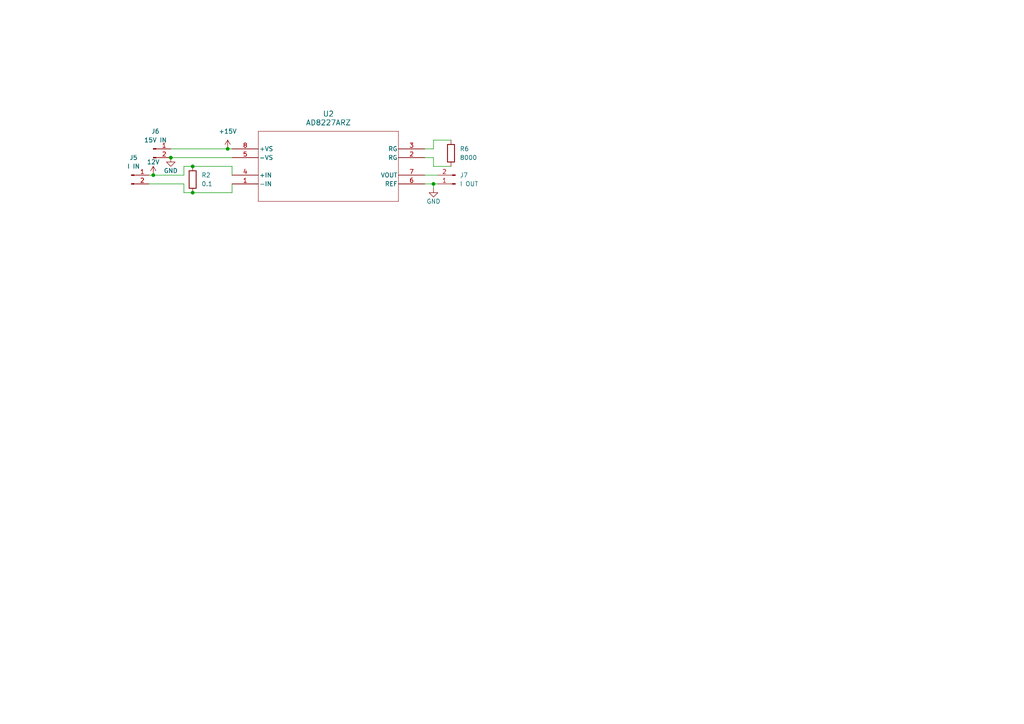
<source format=kicad_sch>
(kicad_sch (version 20250114) (generator "eeschema") (generator_version "9.0")
  (paper "A4")
  (lib_symbols
    (symbol "Connector:Conn_01x02_Pin" (pin_names (offset 1.016) (hide yes))
      (property "Reference" "J" (at 0 2.54 0))
      (property "Value" "Conn_01x02_Pin" (at 0 -5.08 0))
      (symbol "Conn_01x02_Pin_1_1"
        (rectangle (start 0.8636 0.127) (end 0 -0.127) (stroke (width 0.1524)) (fill (type outline)))
        (rectangle (start 0.8636 -2.413) (end 0 -2.667) (stroke (width 0.1524)) (fill (type outline)))
        (polyline (pts (xy 1.27 0) (xy 0.8636 0)) (stroke (width 0.1524)))
        (polyline (pts (xy 1.27 -2.54) (xy 0.8636 -2.54)) (stroke (width 0.1524)))
        (pin passive line (at 5.08 0 180) (length 3.81) (name "Pin_1") (number "1"))
        (pin passive line (at 5.08 -2.54 180) (length 3.81) (name "Pin_2") (number "2"))
      )
    )
    (symbol "Device:R" (pin_numbers (hide yes)) (pin_names (offset 0))
      (property "Reference" "R" (at 2.032 0 90))
      (property "Value" "R" (at 0 0 90))
      (symbol "R_0_1"
        (rectangle (start -1.016 -2.54) (end 1.016 2.54) (stroke (width 0.254)))
      )
      (symbol "R_1_1"
        (pin passive line (at 0 3.81 270) (length 1.27) (name "~") (number "1"))
        (pin passive line (at 0 -3.81 90) (length 1.27) (name "~") (number "2"))
      )
    )
    (symbol "PCM_SparkFun-PowerSymbol:12V" (power) (pin_names (offset 0))
      (property "Value" "12V" (at 0 3.81 0))
      (symbol "12V_0_1"
        (polyline (pts (xy -0.762 1.27) (xy 0 2.54)))
        (polyline (pts (xy 0 2.54) (xy 0.762 1.27)))
        (polyline (pts (xy 0 0) (xy 0 2.54)))
      )
      (symbol "12V_1_1"
        (pin power_in line (at 0 0 90) (length 0) (hide yes) (name "12V") (number "1"))
      )
    )
    (symbol "PCM_SparkFun-PowerSymbol:GND" (power) (pin_names (offset 0))
      (property "Value" "GND" (at 0 -3.81 0))
      (symbol "GND_0_1"
        (polyline (pts (xy 0 0) (xy 0 -1.27) (xy 1.27 -1.27) (xy 0 -2.54) (xy -1.27 -1.27) (xy 0 -1.27)))
      )
      (symbol "GND_1_1"
        (pin power_in line (at 0 0 270) (length 0) (hide yes) (name "GND") (number "1"))
      )
    )
    (symbol "ad8227:AD8227ARMZ" (pin_names (offset 0.254))
      (property "Reference" "U" (at 27.94 10.16 0))
      (property "Value" "AD8227ARMZ" (at 27.94 7.62 0))
      (symbol "AD8227ARMZ_0_1"
        (polyline (pts (xy 7.62 5.08) (xy 7.62 -15.24)) (stroke (width 0.127)))
        (polyline (pts (xy 7.62 -15.24) (xy 48.26 -15.24)) (stroke (width 0.127)))
        (polyline (pts (xy 48.26 5.08) (xy 7.62 5.08)) (stroke (width 0.127)))
        (polyline (pts (xy 48.26 -15.24) (xy 48.26 5.08)) (stroke (width 0.127)))
        (pin power_in line (at 0 0 0) (length 7.62) (name "+VS") (number "8"))
        (pin power_in line (at 0 -2.54 0) (length 7.62) (name "-VS") (number "5"))
        (pin input line (at 0 -7.62 0) (length 7.62) (name "+IN") (number "4"))
        (pin input line (at 0 -10.16 0) (length 7.62) (name "-IN") (number "1"))
        (pin unspecified line (at 55.88 0 180) (length 7.62) (name "RG") (number "3"))
        (pin unspecified line (at 55.88 -2.54 180) (length 7.62) (name "RG") (number "2"))
        (pin output line (at 55.88 -7.62 180) (length 7.62) (name "VOUT") (number "7"))
        (pin output line (at 55.88 -10.16 180) (length 7.62) (name "REF") (number "6"))
      )
    )
    (symbol "power:+15V" (power) (pin_numbers (hide yes)) (pin_names (offset 0) (hide yes))
      (property "Value" "+15V" (at 0 3.556 0))
      (symbol "+15V_0_1"
        (polyline (pts (xy -0.762 1.27) (xy 0 2.54)))
        (polyline (pts (xy 0 2.54) (xy 0.762 1.27)))
        (polyline (pts (xy 0 0) (xy 0 2.54)))
      )
      (symbol "+15V_1_1"
        (pin power_in line (at 0 0 90) (length 0) (name "~") (number "1"))
      )
    )
  )
  (junction (at 66.04 43.18))
  (junction (at 125.73 53.34))
  (junction (at 49.53 45.72))
  (junction (at 44.45 50.8))
  (junction (at 55.88 48.26))
  (junction (at 55.88 55.88))
  (wire (pts (xy 66.04 43.18) (xy 67.31 43.18)))
  (wire (pts (xy 49.53 43.18) (xy 66.04 43.18)))
  (wire (pts (xy 53.34 48.26) (xy 55.88 48.26)))
  (wire (pts (xy 43.18 50.8) (xy 44.45 50.8)))
  (wire (pts (xy 123.19 45.72) (xy 125.73 45.72)))
  (wire (pts (xy 125.73 43.18) (xy 125.73 40.64)))
  (wire (pts (xy 44.45 50.8) (xy 53.34 50.8)))
  (wire (pts (xy 53.34 53.34) (xy 53.34 55.88)))
  (wire (pts (xy 43.18 53.34) (xy 53.34 53.34)))
  (wire (pts (xy 123.19 50.8) (xy 127 50.8)))
  (wire (pts (xy 55.88 55.88) (xy 67.31 55.88)))
  (wire (pts (xy 125.73 40.64) (xy 130.81 40.64)))
  (wire (pts (xy 125.73 45.72) (xy 125.73 48.26)))
  (wire (pts (xy 67.31 48.26) (xy 67.31 50.8)))
  (wire (pts (xy 125.73 53.34) (xy 127 53.34)))
  (wire (pts (xy 49.53 45.72) (xy 67.31 45.72)))
  (wire (pts (xy 53.34 55.88) (xy 55.88 55.88)))
  (wire (pts (xy 67.31 53.34) (xy 67.31 55.88)))
  (wire (pts (xy 125.73 48.26) (xy 130.81 48.26)))
  (wire (pts (xy 55.88 48.26) (xy 67.31 48.26)))
  (wire (pts (xy 125.73 54.61) (xy 125.73 53.34)))
  (wire (pts (xy 125.73 53.34) (xy 123.19 53.34)))
  (wire (pts (xy 53.34 50.8) (xy 53.34 48.26)))
  (wire (pts (xy 123.19 43.18) (xy 125.73 43.18)))
  (symbol (lib_id "power:+15V") (at 66.04 43.18 0) (unit 1)
    (property "Reference" "#PWR013" (effects (hide yes)))
    (property "Value" "+15V" (at 66.04 38.1 0))
    (property "Description" "Power symbol creates a global label with name \"+15V\"" (effects (hide yes)))
  )
  (symbol (lib_id "Device:R") (at 130.81 44.45 180) (unit 1)
    (property "Reference" "R6" (at 133.35 43.1799 0) (effects (justify right)))
    (property "Value" "8000" (at 133.35 45.7199 0) (effects (justify right)))
    (property "Footprint" "Resistor_SMD:R_0805_2012Metric" (effects (hide yes)))
    (property "Description" "Resistor" (effects (hide yes)))
  )
  (symbol (lib_id "PCM_SparkFun-PowerSymbol:GND") (at 125.73 54.61 0) (unit 1)
    (property "Reference" "#PWR010" (effects (hide yes)))
    (property "Value" "GND" (at 125.73 58.42 0))
    (property "Description" "Power symbol creates a global label with name \"GND\" , ground" (effects (hide yes)))
  )
  (symbol (lib_id "PCM_SparkFun-PowerSymbol:12V") (at 44.45 50.8 0) (unit 1)
    (property "Reference" "#PWR012" (effects (hide yes)))
    (property "Value" "12V" (at 44.45 46.99 0))
    (property "Description" "Power symbol creates a global label with name \"12V\"" (effects (hide yes)))
  )
  (symbol (lib_id "Connector:Conn_01x02_Pin") (at 44.45 43.18 0) (unit 1)
    (property "Reference" "J6" (at 45.085 38.1 0))
    (property "Value" "15V IN" (at 45.085 40.64 0))
    (property "Footprint" "Connector_PinHeader_2.54mm:PinHeader_1x02_P2.54mm_Vertical" (effects (hide yes)))
    (property "Description" "Generic connector, single row, 01x02, script generated" (effects (hide yes)))
  )
  (symbol (lib_id "Connector:Conn_01x02_Pin") (at 132.08 53.34 180) (unit 1)
    (property "Reference" "J7" (at 133.35 50.7999 0) (effects (justify right)))
    (property "Value" "I OUT" (at 133.35 53.3399 0) (effects (justify right)))
    (property "Footprint" "Connector_PinHeader_2.54mm:PinHeader_1x02_P2.54mm_Vertical" (effects (hide yes)))
    (property "Description" "Generic connector, single row, 01x02, script generated" (effects (hide yes)))
  )
  (symbol (lib_id "Connector:Conn_01x02_Pin") (at 38.1 50.8 0) (unit 1)
    (property "Reference" "J5" (at 38.735 45.72 0))
    (property "Value" "I IN" (at 38.735 48.26 0))
    (property "Footprint" "Connector_PinHeader_2.54mm:PinHeader_1x02_P2.54mm_Vertical" (effects (hide yes)))
    (property "Description" "Generic connector, single row, 01x02, script generated" (effects (hide yes)))
  )
  (symbol (lib_id "ad8227:AD8227ARMZ") (at 67.31 43.18 0) (unit 1)
    (property "Reference" "U2" (at 95.25 33.02 0) (effects (font (size 1.524 1.524))))
    (property "Value" "AD8227ARZ" (at 95.25 35.56 0) (effects (font (size 1.524 1.524))))
    (property "Footprint" "8227:RM_8_ADI" (effects (hide yes)))
    (property "Datasheet" "https://www.analog.com/media/en/technical-documentation/data-sheets/AD8227.pdf" (effects (hide yes)))
  )
  (symbol (lib_id "PCM_SparkFun-PowerSymbol:GND") (at 49.53 45.72 0) (unit 1)
    (property "Reference" "#PWR011" (effects (hide yes)))
    (property "Value" "GND" (at 49.53 49.53 0))
    (property "Description" "Power symbol creates a global label with name \"GND\" , ground" (effects (hide yes)))
  )
  (symbol (lib_id "Device:R") (at 55.88 52.07 0) (unit 1)
    (property "Reference" "R2" (at 58.42 50.7999 0) (effects (justify left)))
    (property "Value" "0.1" (at 58.42 53.3399 0) (effects (justify left)))
    (property "Footprint" "Resistor_THT:R_Axial_DIN0204_L3.6mm_D1.6mm_P5.08mm_Horizontal" (effects (hide yes)))
    (property "Description" "Resistor" (effects (hide yes)))
  )
)
</source>
